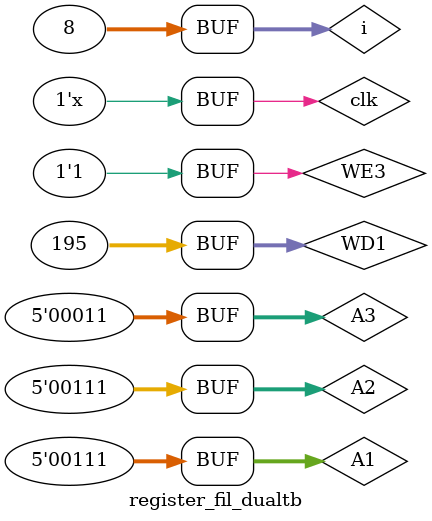
<source format=v>
`timescale 1ns / 1ps


module register_fil_dualtb();
          reg clk;
          reg WE3;
          reg [4:0] A3, A1, A2;
          reg [31:0] WD1;
          wire [31:0] RD1, RD2;    
   
    registerfil_dual dut
    (
    .clk(clk), .WE3(WE3),
     .A3(A3),  //write address port 1 & 2
     .A1(A1), .A2(A2), //read address port 1 & 2
     .WD1(WD1), //data write port 1
     .RD1(RD1), .RD2(RD2)
    );
   integer i;
    initial clk = 0;
    always  #5 begin clk = ~clk; end
    
    initial 
    begin 
     WE3 = 1'b0; #5 WE3 = 1'b1;
   //port1
    #10  A3 = 3'b000; WD1 = 8'b1010_1100;
    #10  A3 = 3'b001; WD1 = 8'b1111_0000;
    #10  A3 = 3'b010; WD1 = 8'b0000_1111;
    #10  A3 = 3'b011; WD1 = 8'b1100_0011;

  
  // Note that ++ operator does not exist in Verilog !
            for ( i = 0; i < 8; i = i + 1) begin
                #10 A1 = i;
            end
            
            for ( i = 0; i < 8; i = i + 1) begin
                           #10 A2 = i;
            end
                        
//     #10  r_addr = 2'b00;  
//     #10  r_addr = 2'b01;  
//     #10  r_addr = 2'b10;  
//     #10  r_addr = 2'b11;      
    end   
endmodule

</source>
